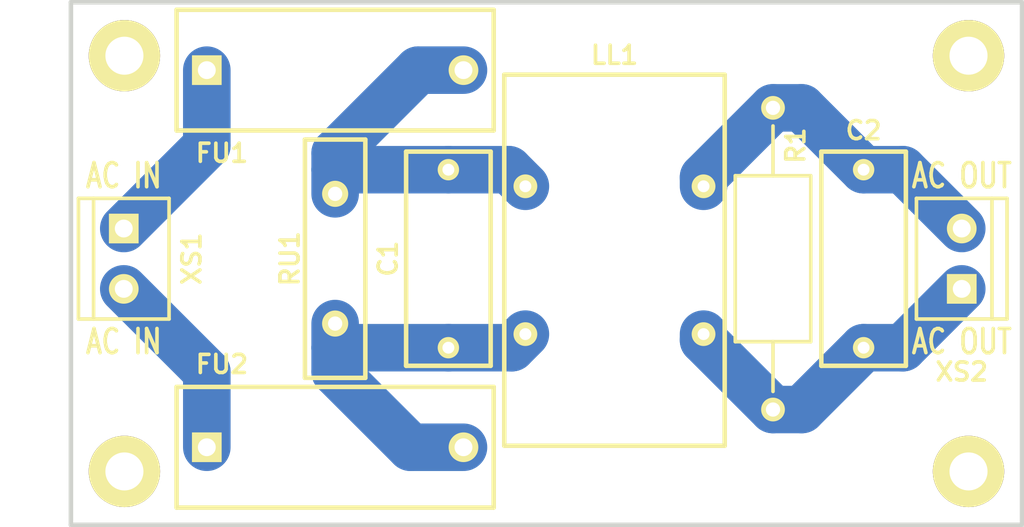
<source format=kicad_pcb>
(kicad_pcb (version 4) (host pcbnew 4.0.1-2.201512121406+6195~38~ubuntu15.10.1-stable)

  (general
    (links 14)
    (no_connects 0)
    (area 100.139499 70.294499 180.520501 114.675501)
    (thickness 1.6002)
    (drawings 8)
    (tracks 30)
    (zones 0)
    (modules 13)
    (nets 7)
  )

  (page A4)
  (layers
    (0 Front signal)
    (31 Back signal)
    (32 B.Adhes user)
    (33 F.Adhes user)
    (34 B.Paste user)
    (35 F.Paste user)
    (36 B.SilkS user)
    (37 F.SilkS user)
    (38 B.Mask user)
    (39 F.Mask user)
    (40 Dwgs.User user)
    (41 Cmts.User user)
    (42 Eco1.User user)
    (43 Eco2.User user)
    (44 Edge.Cuts user)
  )

  (setup
    (last_trace_width 1)
    (user_trace_width 2)
    (user_trace_width 4)
    (user_trace_width 5)
    (trace_clearance 0.5)
    (zone_clearance 1)
    (zone_45_only no)
    (trace_min 0.50038)
    (segment_width 0.381)
    (edge_width 0.381)
    (via_size 0.889)
    (via_drill 0.635)
    (via_min_size 0.889)
    (via_min_drill 0.508)
    (uvia_size 0.508)
    (uvia_drill 0.127)
    (uvias_allowed no)
    (uvia_min_size 0.508)
    (uvia_min_drill 0.127)
    (pcb_text_width 0.3048)
    (pcb_text_size 1.524 2.032)
    (mod_edge_width 0.381)
    (mod_text_size 1.524 1.524)
    (mod_text_width 0.3048)
    (pad_size 6 6)
    (pad_drill 3.2)
    (pad_to_mask_clearance 0.254)
    (aux_axis_origin 0 0)
    (visible_elements FFFFFFBF)
    (pcbplotparams
      (layerselection 0x00030_80000001)
      (usegerberextensions true)
      (excludeedgelayer true)
      (linewidth 0.150000)
      (plotframeref false)
      (viasonmask false)
      (mode 1)
      (useauxorigin false)
      (hpglpennumber 1)
      (hpglpenspeed 20)
      (hpglpendiameter 15)
      (hpglpenoverlay 0)
      (psnegative false)
      (psa4output false)
      (plotreference true)
      (plotvalue true)
      (plotinvisibletext false)
      (padsonsilk true)
      (subtractmaskfromsilk true)
      (outputformat 1)
      (mirror false)
      (drillshape 0)
      (scaleselection 1)
      (outputdirectory ../../../../Документы/GERBER_emc_filter/))
  )

  (net 0 "")
  (net 1 "Net-(C1-Pad1)")
  (net 2 "Net-(C1-Pad2)")
  (net 3 "Net-(C2-Pad1)")
  (net 4 "Net-(C2-Pad2)")
  (net 5 "Net-(FU1-Pad1)")
  (net 6 "Net-(FU2-Pad1)")

  (net_class Default "This is the default net class."
    (clearance 0.5)
    (trace_width 1)
    (via_dia 0.889)
    (via_drill 0.635)
    (uvia_dia 0.508)
    (uvia_drill 0.127)
    (add_net "Net-(C1-Pad1)")
    (add_net "Net-(C1-Pad2)")
    (add_net "Net-(C2-Pad1)")
    (add_net "Net-(C2-Pad2)")
    (add_net "Net-(FU1-Pad1)")
    (add_net "Net-(FU2-Pad1)")
  )

  (module 1_pin (layer Front) (tedit 55746A6E) (tstamp 51AC5623)
    (at 179.705 108.966)
    (descr "module 1 pin (ou trou mecanique de percage)")
    (tags DEV)
    (path 1_pin)
    (fp_text reference 1_PIN (at 0 -3.048) (layer F.SilkS) hide
      (effects (font (size 0.50038 0.50038) (thickness 0.12446)))
    )
    (fp_text value P*** (at 0 -1.524) (layer F.SilkS) hide
      (effects (font (size 1.016 1.016) (thickness 0.254)))
    )
    (pad 1 thru_hole circle (at -3.875 1.019) (size 6 6) (drill 3.2) (layers *.Cu *.Mask F.SilkS)
      (solder_mask_margin 1.99898) (clearance 1.00076))
  )

  (module 1_pin (layer Front) (tedit 55746A6A) (tstamp 51AC5620)
    (at 179.705 71.501)
    (descr "module 1 pin (ou trou mecanique de percage)")
    (tags DEV)
    (path 1_pin)
    (fp_text reference 1_PIN (at 0 -3.048) (layer F.SilkS) hide
      (effects (font (size 0.50038 0.50038) (thickness 0.12446)))
    )
    (fp_text value P*** (at 0 -1.524) (layer F.SilkS) hide
      (effects (font (size 1.016 1.016) (thickness 0.254)))
    )
    (pad 1 thru_hole circle (at -3.875 3.484) (size 6 6) (drill 3.2) (layers *.Cu *.Mask F.SilkS)
      (solder_mask_margin 1.99898) (clearance 1.00076))
  )

  (module 1_pin (layer Front) (tedit 55746A3F) (tstamp 51AC561D)
    (at 94.615 110.49)
    (descr "module 1 pin (ou trou mecanique de percage)")
    (tags DEV)
    (path 1_pin)
    (fp_text reference 1_PIN (at 0 -3.048) (layer F.SilkS) hide
      (effects (font (size 0.50038 0.50038) (thickness 0.12446)))
    )
    (fp_text value P*** (at 0 -1.524) (layer F.SilkS) hide
      (effects (font (size 1.016 1.016) (thickness 0.254)))
    )
    (pad 1 thru_hole circle (at 10.215 -0.505) (size 6 6) (drill 3.2) (layers *.Cu *.Mask F.SilkS)
      (solder_mask_margin 1.99898) (clearance 1.00076))
  )

  (module FU_PTF15B (layer Front) (tedit 55746925) (tstamp 51AC4813)
    (at 116.84 76.2)
    (descr "Bornier d'alimentation 2 pins")
    (tags DEV)
    (path /51AC3C99)
    (fp_text reference FU1 (at -3.81 6.985) (layer F.SilkS)
      (effects (font (thickness 0.3048)))
    )
    (fp_text value "3 A" (at 6.35 0) (layer F.SilkS) hide
      (effects (font (thickness 0.3048)))
    )
    (fp_line (start 19.05 -5.08) (end 19.05 5.08) (layer F.SilkS) (width 0.381))
    (fp_line (start -7.62 -5.08) (end -7.62 5.08) (layer F.SilkS) (width 0.381))
    (fp_line (start -7.62 5.08) (end 19.05 5.08) (layer F.SilkS) (width 0.381))
    (fp_line (start -7.62 -5.08) (end 19.05 -5.08) (layer F.SilkS) (width 0.381))
    (pad 1 thru_hole rect (at -5.08 0) (size 2.49936 2.49936) (drill 1.50114) (layers *.Cu *.Mask F.SilkS)
      (net 5 "Net-(FU1-Pad1)"))
    (pad 2 thru_hole circle (at 16.51 0) (size 2.49936 2.49936) (drill 1.50114) (layers *.Cu *.Mask F.SilkS)
      (net 2 "Net-(C1-Pad2)"))
    (model device/bornier_2.wrl
      (at (xyz 0 0 0))
      (scale (xyz 1 1 1))
      (rotate (xyz 0 0 0))
    )
  )

  (module FU_PTF15B (layer Front) (tedit 55746922) (tstamp 51AC4815)
    (at 116.84 107.95)
    (descr "Bornier d'alimentation 2 pins")
    (tags DEV)
    (path /51AC3D29)
    (fp_text reference FU2 (at -3.81 -6.985) (layer F.SilkS)
      (effects (font (thickness 0.3048)))
    )
    (fp_text value "3 A" (at 6.35 0) (layer F.SilkS) hide
      (effects (font (thickness 0.3048)))
    )
    (fp_line (start 19.05 -5.08) (end 19.05 5.08) (layer F.SilkS) (width 0.381))
    (fp_line (start -7.62 -5.08) (end -7.62 5.08) (layer F.SilkS) (width 0.381))
    (fp_line (start -7.62 5.08) (end 19.05 5.08) (layer F.SilkS) (width 0.381))
    (fp_line (start -7.62 -5.08) (end 19.05 -5.08) (layer F.SilkS) (width 0.381))
    (pad 1 thru_hole rect (at -5.08 0) (size 2.49936 2.49936) (drill 1.50114) (layers *.Cu *.Mask F.SilkS)
      (net 6 "Net-(FU2-Pad1)"))
    (pad 2 thru_hole circle (at 16.51 0) (size 2.49936 2.49936) (drill 1.50114) (layers *.Cu *.Mask F.SilkS)
      (net 1 "Net-(C1-Pad1)"))
    (model device/bornier_2.wrl
      (at (xyz 0 0 0))
      (scale (xyz 1 1 1))
      (rotate (xyz 0 0 0))
    )
  )

  (module 1_pin (layer Front) (tedit 5574697D) (tstamp 51AC55F6)
    (at 100.33 72.136)
    (descr "module 1 pin (ou trou mecanique de percage)")
    (tags DEV)
    (path 1_pin)
    (fp_text reference 1_PIN (at 0 -3.048) (layer F.SilkS) hide
      (effects (font (size 0.50038 0.50038) (thickness 0.12446)))
    )
    (fp_text value P*** (at 0 -1.524) (layer F.SilkS) hide
      (effects (font (size 1.016 1.016) (thickness 0.254)))
    )
    (pad 1 thru_hole circle (at 4.5 2.849) (size 6 6) (drill 3.2) (layers *.Cu *.Mask F.SilkS)
      (solder_mask_margin 1.99898) (clearance 1.00076))
  )

  (module RESISTOR_2W (layer Front) (tedit 5574693E) (tstamp 557469EC)
    (at 159.385 92.075 90)
    (descr "Bornier d'alimentation 2 pins")
    (tags DEV)
    (path /5569F0F5)
    (fp_text reference R1 (at 9.525 1.905 90) (layer F.SilkS)
      (effects (font (thickness 0.3048)))
    )
    (fp_text value "470 к" (at 0 5.08 90) (layer F.SilkS) hide
      (effects (font (thickness 0.3048)))
    )
    (fp_line (start -11.176 0) (end -6.985 0) (layer F.SilkS) (width 0.3048))
    (fp_line (start 6.985 0) (end 11.176 0) (layer F.SilkS) (width 0.3048))
    (fp_line (start 6.985 3.175) (end 6.985 -3.175) (layer F.SilkS) (width 0.3048))
    (fp_line (start -6.985 3.175) (end -6.985 -3.175) (layer F.SilkS) (width 0.3048))
    (fp_line (start 6.985 3.175) (end -6.985 3.175) (layer F.SilkS) (width 0.3048))
    (fp_line (start -6.985 -3.175) (end 6.985 -3.175) (layer F.SilkS) (width 0.3048))
    (pad 1 thru_hole circle (at -12.7 0 90) (size 2 2) (drill 1.2) (layers *.Cu *.Mask F.SilkS)
      (net 3 "Net-(C2-Pad1)"))
    (pad 2 thru_hole circle (at 12.7 0 90) (size 2 2) (drill 1.2) (layers *.Cu *.Mask F.SilkS)
      (net 4 "Net-(C2-Pad2)"))
  )

  (module DG126-5.0-02P-14 (layer Front) (tedit 557468EE) (tstamp 557469D4)
    (at 175.26 92.075 90)
    (descr "Bornier d'alimentation 2 pins")
    (tags DEV)
    (path /51AC3EE1)
    (fp_text reference XS2 (at -9.525 0 180) (layer F.SilkS)
      (effects (font (thickness 0.3048)))
    )
    (fp_text value DG126-5.0-02P-14 (at 0 5.08 90) (layer F.SilkS) hide
      (effects (font (thickness 0.3048)))
    )
    (fp_line (start -5.08 3.81) (end -5.08 -3.81) (layer F.SilkS) (width 0.3048))
    (fp_line (start 5.08 3.81) (end 5.08 -3.81) (layer F.SilkS) (width 0.3048))
    (fp_line (start 5.08 -3.81) (end -5.08 -3.81) (layer F.SilkS) (width 0.3048))
    (fp_line (start 5.08 3.81) (end -5.08 3.81) (layer F.SilkS) (width 0.3048))
    (fp_line (start 5.08 2.54) (end -5.08 2.54) (layer F.SilkS) (width 0.3048))
    (pad 1 thru_hole rect (at -2.54 0 90) (size 2.49936 2.49936) (drill 1.50114) (layers *.Cu *.Mask F.SilkS)
      (net 3 "Net-(C2-Pad1)"))
    (pad 2 thru_hole circle (at 2.54 0 90) (size 2.49936 2.49936) (drill 1.50114) (layers *.Cu *.Mask F.SilkS)
      (net 4 "Net-(C2-Pad2)"))
    (model device/bornier_2.wrl
      (at (xyz 0 0 0))
      (scale (xyz 1 1 1))
      (rotate (xyz 0 0 0))
    )
  )

  (module DG126-5.0-02P-14 (layer Front) (tedit 55746728) (tstamp 556C2241)
    (at 104.775 92.075 270)
    (descr "Bornier d'alimentation 2 pins")
    (tags DEV)
    (path /51AC3C4F)
    (fp_text reference XS1 (at 0 -5.715 270) (layer F.SilkS)
      (effects (font (thickness 0.3048)))
    )
    (fp_text value DG126-5.0-02P-14 (at 0 5.08 270) (layer F.SilkS) hide
      (effects (font (thickness 0.3048)))
    )
    (fp_line (start -5.08 3.81) (end -5.08 -3.81) (layer F.SilkS) (width 0.3048))
    (fp_line (start 5.08 3.81) (end 5.08 -3.81) (layer F.SilkS) (width 0.3048))
    (fp_line (start 5.08 -3.81) (end -5.08 -3.81) (layer F.SilkS) (width 0.3048))
    (fp_line (start 5.08 3.81) (end -5.08 3.81) (layer F.SilkS) (width 0.3048))
    (fp_line (start 5.08 2.54) (end -5.08 2.54) (layer F.SilkS) (width 0.3048))
    (pad 1 thru_hole rect (at -2.54 0 270) (size 2.49936 2.49936) (drill 1.50114) (layers *.Cu *.Mask F.SilkS)
      (net 5 "Net-(FU1-Pad1)"))
    (pad 2 thru_hole circle (at 2.54 0 270) (size 2.49936 2.49936) (drill 1.50114) (layers *.Cu *.Mask F.SilkS)
      (net 6 "Net-(FU2-Pad1)"))
    (model device/bornier_2.wrl
      (at (xyz 0 0 0))
      (scale (xyz 1 1 1))
      (rotate (xyz 0 0 0))
    )
  )

  (module CAPACITOR_15_18x7 (layer Front) (tedit 55745CC7) (tstamp 557469F7)
    (at 167.005 92.075 90)
    (descr "Bornier d'alimentation 2 pins")
    (tags DEV)
    (path /5569F24E)
    (fp_text reference C2 (at 10.795 0 180) (layer F.SilkS)
      (effects (font (thickness 0.3048)))
    )
    (fp_text value "0.22 мк 400 В" (at 0 5.08 90) (layer F.SilkS) hide
      (effects (font (thickness 0.3048)))
    )
    (fp_line (start 9.017 3.556) (end -9.017 3.556) (layer F.SilkS) (width 0.381))
    (fp_line (start -9.017 -3.556) (end 9.017 -3.556) (layer F.SilkS) (width 0.381))
    (fp_line (start -9.017 3.556) (end -9.017 -3.556) (layer F.SilkS) (width 0.381))
    (fp_line (start 9.017 3.556) (end 9.017 -3.556) (layer F.SilkS) (width 0.381))
    (pad 1 thru_hole circle (at -7.493 0 90) (size 1.8 1.8) (drill 1) (layers *.Cu *.Mask F.SilkS)
      (net 3 "Net-(C2-Pad1)"))
    (pad 2 thru_hole circle (at 7.493 0 90) (size 1.8 1.8) (drill 1) (layers *.Cu *.Mask F.SilkS)
      (net 4 "Net-(C2-Pad2)"))
  )

  (module CAPACITOR_15_18x7 (layer Front) (tedit 557467D5) (tstamp 5574602C)
    (at 132.08 92.075 90)
    (descr "Bornier d'alimentation 2 pins")
    (tags DEV)
    (path /5569F2CA)
    (fp_text reference C1 (at 0 -5.08 90) (layer F.SilkS)
      (effects (font (thickness 0.3048)))
    )
    (fp_text value "0.22 мк 400 В" (at 0 5.08 90) (layer F.SilkS) hide
      (effects (font (thickness 0.3048)))
    )
    (fp_line (start 9.017 3.556) (end -9.017 3.556) (layer F.SilkS) (width 0.381))
    (fp_line (start -9.017 -3.556) (end 9.017 -3.556) (layer F.SilkS) (width 0.381))
    (fp_line (start -9.017 3.556) (end -9.017 -3.556) (layer F.SilkS) (width 0.381))
    (fp_line (start 9.017 3.556) (end 9.017 -3.556) (layer F.SilkS) (width 0.381))
    (pad 1 thru_hole circle (at -7.493 0 90) (size 1.8 1.8) (drill 1) (layers *.Cu *.Mask F.SilkS)
      (net 1 "Net-(C1-Pad1)"))
    (pad 2 thru_hole circle (at 7.493 0 90) (size 1.8 1.8) (drill 1) (layers *.Cu *.Mask F.SilkS)
      (net 2 "Net-(C1-Pad2)"))
  )

  (module VARISTOR_11_20x5 (layer Front) (tedit 557467D9) (tstamp 55746282)
    (at 122.555 92.075 90)
    (descr "Bornier d'alimentation 2 pins")
    (tags DEV)
    (path /5569F537)
    (fp_text reference RU1 (at 0 -3.81 90) (layer F.SilkS)
      (effects (font (thickness 0.3048)))
    )
    (fp_text value B72210S271K101 (at 0 5.08 90) (layer F.SilkS) hide
      (effects (font (thickness 0.3048)))
    )
    (fp_line (start 10.033 2.54) (end -10.033 2.54) (layer F.SilkS) (width 0.381))
    (fp_line (start -10.033 -2.54) (end 10.033 -2.54) (layer F.SilkS) (width 0.381))
    (fp_line (start -10.033 2.54) (end -10.033 -2.54) (layer F.SilkS) (width 0.381))
    (fp_line (start 10.033 2.54) (end 10.033 -2.54) (layer F.SilkS) (width 0.381))
    (pad 1 thru_hole circle (at -5.461 0 90) (size 2.2 2.2) (drill 1.2) (layers *.Cu *.Mask F.SilkS)
      (net 1 "Net-(C1-Pad1)"))
    (pad 2 thru_hole circle (at 5.461 0 90) (size 2.2 2.2) (drill 1.2) (layers *.Cu *.Mask F.SilkS)
      (net 2 "Net-(C1-Pad2)"))
  )

  (module INDUCTOR_B82724J (layer Front) (tedit 55746484) (tstamp 557467CE)
    (at 146.05 98.425)
    (descr "Bornier d'alimentation 2 pins")
    (tags DEV)
    (path /5569FF94)
    (fp_text reference LL1 (at 0 -23.495) (layer F.SilkS)
      (effects (font (thickness 0.3048)))
    )
    (fp_text value B82724J2402N1 (at 0 11.43) (layer F.SilkS) hide
      (effects (font (thickness 0.3048)))
    )
    (fp_line (start -9.271 9.398) (end -9.271 -21.844) (layer F.SilkS) (width 0.381))
    (fp_line (start 9.271 9.398) (end 9.271 -21.844) (layer F.SilkS) (width 0.381))
    (fp_line (start 9.271 9.398) (end -9.271 9.398) (layer F.SilkS) (width 0.381))
    (fp_line (start 9.271 -21.844) (end -9.271 -21.844) (layer F.SilkS) (width 0.381))
    (pad 2 thru_hole circle (at -7.493 -12.446) (size 2 2) (drill 1) (layers *.Cu *.Mask F.SilkS)
      (net 2 "Net-(C1-Pad2)"))
    (pad 3 thru_hole circle (at 7.493 -12.446) (size 2 2) (drill 1) (layers *.Cu *.Mask F.SilkS)
      (net 4 "Net-(C2-Pad2)"))
    (pad 1 thru_hole circle (at -7.493 0) (size 2 2) (drill 1) (layers *.Cu *.Mask F.SilkS)
      (net 1 "Net-(C1-Pad1)"))
    (pad 4 thru_hole circle (at 7.493 0) (size 2 2) (drill 1) (layers *.Cu *.Mask F.SilkS)
      (net 3 "Net-(C2-Pad1)"))
  )

  (gr_line (start 180.33 70.485) (end 180.33 114.485) (angle 90) (layer Edge.Cuts) (width 0.381) (tstamp 55746A69))
  (gr_line (start 100.33 114.485) (end 180.33 114.485) (angle 90) (layer Edge.Cuts) (width 0.381) (tstamp 55746A63))
  (gr_line (start 100.33 70.485) (end 100.33 114.485) (angle 90) (layer Edge.Cuts) (width 0.381))
  (gr_line (start 100.33 70.485) (end 180.33 70.485) (angle 90) (layer Edge.Cuts) (width 0.381))
  (gr_text "AC IN" (at 104.775 85.09) (layer F.SilkS) (tstamp 556A03A1)
    (effects (font (size 2.032 1.524) (thickness 0.3048)))
  )
  (gr_text "AC IN" (at 104.775 99.06) (layer F.SilkS) (tstamp 556A039D)
    (effects (font (size 2.032 1.524) (thickness 0.3048)))
  )
  (gr_text "AC OUT" (at 175.26 99.06) (layer F.SilkS) (tstamp 556A037C)
    (effects (font (size 2.032 1.524) (thickness 0.3048)))
  )
  (gr_text "AC OUT" (at 175.26 85.09) (layer F.SilkS)
    (effects (font (size 2.032 1.524) (thickness 0.3048)))
  )

  (segment (start 132.08 99.568) (end 122.555 99.568) (width 4) (layer Back) (net 1))
  (segment (start 132.08 99.568) (end 137.414 99.568) (width 4) (layer Back) (net 1))
  (segment (start 137.414 99.568) (end 138.557 98.425) (width 4) (layer Back) (net 1) (tstamp 55746ACF))
  (segment (start 122.555 97.536) (end 122.555 99.568) (width 4) (layer Back) (net 1))
  (segment (start 122.555 99.568) (end 122.555 101.6) (width 4) (layer Back) (net 1) (tstamp 55746AD9))
  (segment (start 122.555 101.6) (end 128.905 107.95) (width 4) (layer Back) (net 1) (tstamp 55746AC9))
  (segment (start 128.905 107.95) (end 133.35 107.95) (width 4) (layer Back) (net 1) (tstamp 55746ACA))
  (segment (start 132.08 84.582) (end 122.555 84.582) (width 4) (layer Back) (net 2))
  (segment (start 132.08 84.582) (end 137.16 84.582) (width 4) (layer Back) (net 2))
  (segment (start 137.16 84.582) (end 138.557 85.979) (width 4) (layer Back) (net 2) (tstamp 55746AD1))
  (segment (start 122.555 86.614) (end 122.555 84.582) (width 4) (layer Back) (net 2))
  (segment (start 122.555 84.582) (end 122.555 83.185) (width 4) (layer Back) (net 2) (tstamp 55746AD5))
  (segment (start 122.555 83.185) (end 129.54 76.2) (width 4) (layer Back) (net 2) (tstamp 55746AC6))
  (segment (start 129.54 76.2) (end 133.35 76.2) (width 4) (layer Back) (net 2) (tstamp 55746AC7))
  (segment (start 167.005 99.568) (end 170.307 99.568) (width 4) (layer Back) (net 3))
  (segment (start 170.307 99.568) (end 175.26 94.615) (width 4) (layer Back) (net 3) (tstamp 55746AEF))
  (segment (start 159.385 104.775) (end 161.798 104.775) (width 4) (layer Back) (net 3))
  (segment (start 161.798 104.775) (end 167.005 99.568) (width 4) (layer Back) (net 3) (tstamp 55746AE3))
  (segment (start 153.543 98.425) (end 153.543 98.933) (width 4) (layer Back) (net 3))
  (segment (start 153.543 98.933) (end 159.385 104.775) (width 4) (layer Back) (net 3) (tstamp 55746ADF))
  (segment (start 167.005 84.582) (end 170.307 84.582) (width 4) (layer Back) (net 4))
  (segment (start 170.307 84.582) (end 175.26 89.535) (width 4) (layer Back) (net 4) (tstamp 55746AF1))
  (segment (start 159.385 79.375) (end 161.798 79.375) (width 4) (layer Back) (net 4))
  (segment (start 161.798 79.375) (end 167.005 84.582) (width 4) (layer Back) (net 4) (tstamp 55746AE1))
  (segment (start 153.543 85.979) (end 153.543 85.217) (width 4) (layer Back) (net 4))
  (segment (start 153.543 85.217) (end 159.385 79.375) (width 4) (layer Back) (net 4) (tstamp 55746ADD))
  (segment (start 111.76 76.2) (end 111.76 82.55) (width 4) (layer Back) (net 5))
  (segment (start 111.76 82.55) (end 104.775 89.535) (width 4) (layer Back) (net 5) (tstamp 55746ABB))
  (segment (start 111.76 107.95) (end 111.76 101.6) (width 4) (layer Back) (net 6))
  (segment (start 111.76 101.6) (end 104.775 94.615) (width 4) (layer Back) (net 6) (tstamp 55746ABE))

)

</source>
